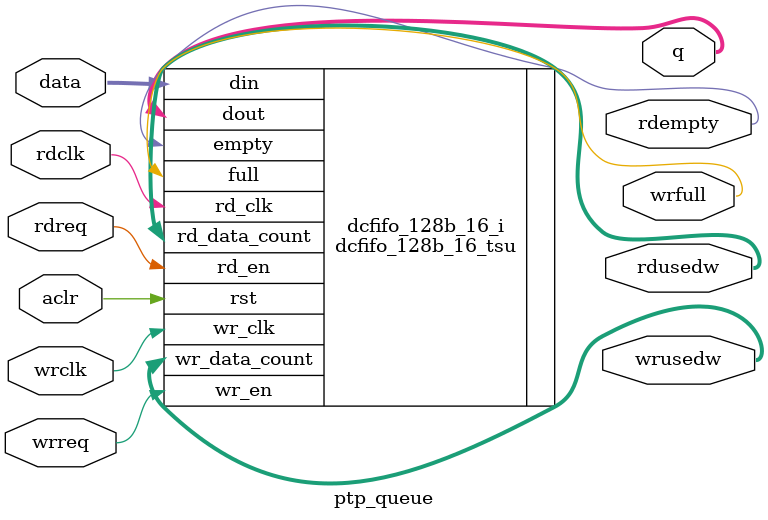
<source format=v>
/*
 * ptp_queue.v
 * 
 * Copyright (c) 2012, BABY&HW. All rights reserved.
 *
 * This library is free software, you can redistribute it and/or
 * modify it under the terms of the GNU Lesser General Public
 * License as published by the Free Software Foundation, either
 * version 2.1 of the License, or (at your option) any later version.
 *
 * This library is distributed in the hope that it will be useful,
 * but WITHOUT ANY WARRANTY, without even the implied warranty of
 * MERCHANTABILITY or FITNESS FOR A PARTICULAR PURPOSE.  See the GNU
 * Lesser General Public License for more details.
 *
 * You should have received a copy of the GNU Lesser General Public
 * License along with this library, if not, write to the Free Software
 * Foundation, Inc., 51 Franklin Street, Fifth Floor, Boston,
 * MA 02110-1301  USA
 */

`timescale 1ns/1ns

module ptp_queue (
  input          aclr,
  input	 [127:0] data,
  input	         rdclk,
  input	         rdreq,
  input	         wrclk,
  input	         wrreq,
  output [127:0] q,
  output         rdempty,
  output [  3:0] rdusedw,
  output         wrfull,
  output [  3:0] wrusedw
);

dcfifo_128b_16_tsu dcfifo_128b_16_i(
  .rst(aclr),

  .wr_clk(wrclk),
  .wr_en(wrreq),
  .din(data),
  .full(wrfull),
  .wr_data_count(wrusedw),

  .rd_clk(rdclk),
  .rd_en(rdreq),
  .dout(q),
  .empty(rdempty),
  .rd_data_count(rdusedw)
);

endmodule

</source>
